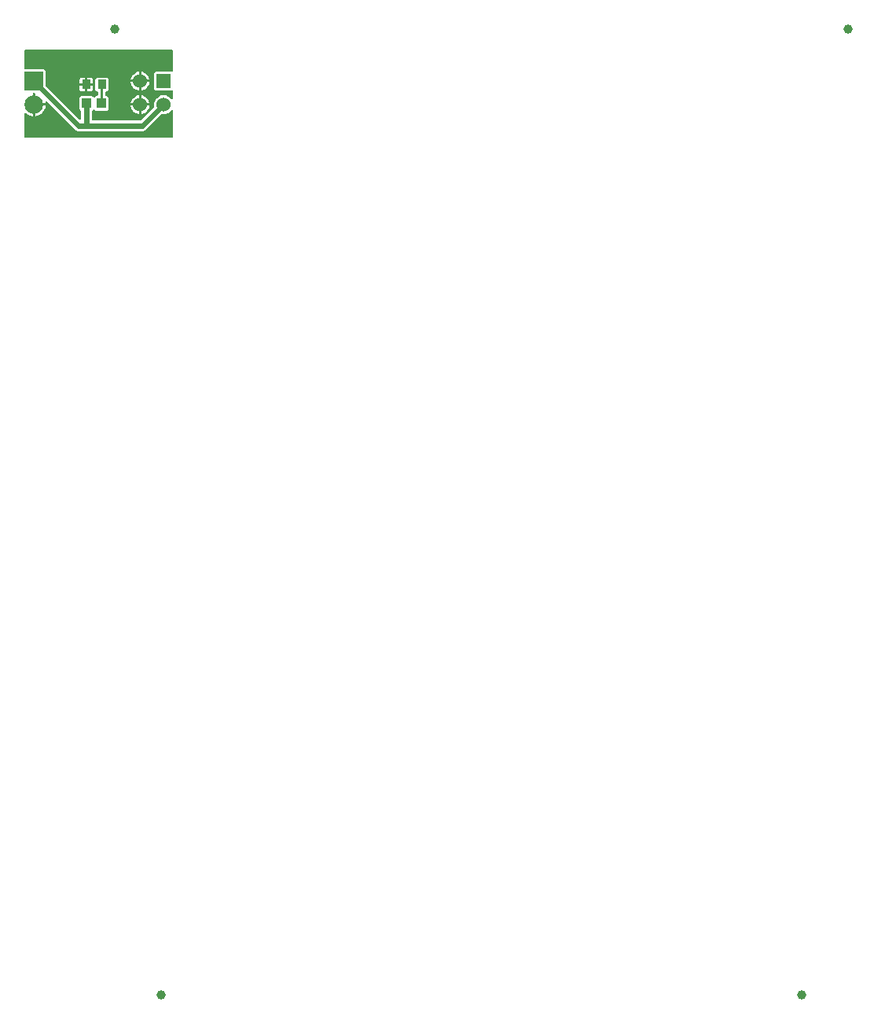
<source format=gtl>
G04 Layer: TopLayer*
G04 EasyEDA v6.5.29, 2023-07-09 11:22:14*
G04 2a24106116184deab8eff4ddc7d4f531,5a6b42c53f6a479593ecc07194224c93,10*
G04 Gerber Generator version 0.2*
G04 Scale: 100 percent, Rotated: No, Reflected: No *
G04 Dimensions in millimeters *
G04 leading zeros omitted , absolute positions ,4 integer and 5 decimal *
%FSLAX45Y45*%
%MOMM*%

%AMMACRO1*21,1,$1,$2,0,0,$3*%
%ADD10C,0.6250*%
%ADD11C,0.2540*%
%ADD12R,0.8999X1.0000*%
%ADD13R,1.0000X1.1000*%
%ADD14C,1.0000*%
%ADD15MACRO1,2X2X-90.0000*%
%ADD16C,2.0000*%
%ADD17MACRO1,1.524X1.524X-90.0000*%
%ADD18C,1.5240*%
%ADD19C,0.0116*%

%LPD*%
G36*
X762000Y9226550D02*
G01*
X758139Y9227312D01*
X754837Y9229547D01*
X752602Y9232849D01*
X751840Y9236710D01*
X751840Y9324238D01*
X752398Y9327591D01*
X754075Y9330588D01*
X756615Y9332823D01*
X760831Y9335516D01*
X764895Y9339580D01*
X766114Y9341459D01*
X768908Y9344406D01*
X772668Y9346031D01*
X776732Y9346031D01*
X780491Y9344406D01*
X783285Y9341459D01*
X784504Y9339580D01*
X788568Y9335516D01*
X793496Y9332417D01*
X798931Y9330486D01*
X805281Y9329775D01*
X904138Y9329775D01*
X910437Y9330486D01*
X915924Y9332417D01*
X920800Y9335516D01*
X924915Y9339580D01*
X927963Y9344507D01*
X929894Y9349943D01*
X930605Y9356293D01*
X930605Y9465106D01*
X929894Y9471456D01*
X927963Y9476892D01*
X924915Y9481820D01*
X920800Y9485884D01*
X915924Y9488982D01*
X910539Y9490862D01*
X902462Y9491675D01*
X898906Y9492691D01*
X895908Y9494926D01*
X893978Y9498126D01*
X893267Y9501784D01*
X893267Y9527844D01*
X893978Y9531502D01*
X895908Y9534652D01*
X898906Y9536887D01*
X902462Y9537954D01*
X910488Y9538716D01*
X915924Y9540595D01*
X920800Y9543694D01*
X924915Y9547758D01*
X927963Y9552686D01*
X929894Y9558121D01*
X930605Y9564471D01*
X930605Y9663328D01*
X929894Y9669627D01*
X927963Y9675114D01*
X924915Y9679990D01*
X920800Y9684105D01*
X915924Y9687204D01*
X910437Y9689084D01*
X904138Y9689795D01*
X815289Y9689795D01*
X808939Y9689084D01*
X803503Y9687204D01*
X798576Y9684105D01*
X794512Y9679990D01*
X791413Y9675114D01*
X789482Y9669627D01*
X788771Y9663328D01*
X788771Y9564471D01*
X789482Y9558121D01*
X791413Y9552686D01*
X794512Y9547758D01*
X798576Y9543694D01*
X803503Y9540595D01*
X809294Y9538563D01*
X812800Y9536430D01*
X815238Y9533077D01*
X816051Y9529013D01*
X816051Y9501784D01*
X815390Y9498126D01*
X813460Y9494926D01*
X810463Y9492691D01*
X806907Y9491675D01*
X798880Y9490862D01*
X793496Y9488982D01*
X788568Y9485884D01*
X784504Y9481820D01*
X783285Y9479940D01*
X780491Y9476994D01*
X776732Y9475368D01*
X772668Y9475368D01*
X768908Y9476994D01*
X766114Y9479940D01*
X764895Y9481820D01*
X760831Y9485884D01*
X755904Y9488982D01*
X750468Y9490913D01*
X744118Y9491624D01*
X645261Y9491624D01*
X638962Y9490913D01*
X633476Y9488982D01*
X628599Y9485884D01*
X624484Y9481820D01*
X621436Y9476892D01*
X619506Y9471456D01*
X618794Y9465106D01*
X618794Y9356293D01*
X619506Y9349943D01*
X621436Y9344507D01*
X624484Y9339580D01*
X628599Y9335516D01*
X632764Y9332874D01*
X635304Y9330588D01*
X636981Y9327591D01*
X637540Y9324238D01*
X637540Y9246819D01*
X636778Y9242958D01*
X634542Y9239656D01*
X631240Y9237421D01*
X627380Y9236659D01*
X623468Y9237421D01*
X620166Y9239656D01*
X255879Y9603943D01*
X253695Y9607245D01*
X252933Y9611156D01*
X252933Y9751415D01*
X252171Y9757765D01*
X250291Y9763201D01*
X247192Y9768128D01*
X243128Y9772192D01*
X238201Y9775291D01*
X232765Y9777171D01*
X226415Y9777882D01*
X36068Y9777882D01*
X32156Y9778695D01*
X28905Y9780879D01*
X26670Y9784181D01*
X25908Y9788042D01*
X25908Y9976612D01*
X26670Y9980523D01*
X28905Y9983774D01*
X32156Y9986010D01*
X36068Y9986772D01*
X1613916Y9986772D01*
X1617827Y9986010D01*
X1621129Y9983774D01*
X1623314Y9980523D01*
X1624076Y9976612D01*
X1624076Y9761372D01*
X1623364Y9757562D01*
X1621282Y9754362D01*
X1618132Y9752126D01*
X1614373Y9751212D01*
X1610563Y9751771D01*
X1605940Y9753396D01*
X1599641Y9754108D01*
X1448358Y9754108D01*
X1442059Y9753396D01*
X1436573Y9751466D01*
X1431696Y9748418D01*
X1427581Y9744303D01*
X1424533Y9739426D01*
X1422603Y9733940D01*
X1421892Y9727641D01*
X1421892Y9576358D01*
X1422603Y9570059D01*
X1424533Y9564573D01*
X1427581Y9559696D01*
X1431696Y9555581D01*
X1436573Y9552533D01*
X1442059Y9550603D01*
X1448358Y9549892D01*
X1599641Y9549892D01*
X1605940Y9550603D01*
X1610563Y9552228D01*
X1614373Y9552787D01*
X1618132Y9551873D01*
X1621282Y9549638D01*
X1623364Y9546437D01*
X1624076Y9542627D01*
X1624076Y9465157D01*
X1623263Y9461093D01*
X1620926Y9457740D01*
X1617421Y9455607D01*
X1613357Y9454997D01*
X1609394Y9456064D01*
X1606143Y9458553D01*
X1597406Y9468967D01*
X1587246Y9478111D01*
X1576019Y9485833D01*
X1563878Y9491980D01*
X1550974Y9496450D01*
X1537614Y9499193D01*
X1524000Y9500108D01*
X1510385Y9499193D01*
X1497025Y9496450D01*
X1484122Y9491980D01*
X1471980Y9485833D01*
X1460754Y9478111D01*
X1450594Y9468967D01*
X1441805Y9458553D01*
X1434490Y9447072D01*
X1428750Y9434677D01*
X1424686Y9421672D01*
X1422450Y9408210D01*
X1421993Y9394596D01*
X1423111Y9383217D01*
X1422552Y9378797D01*
X1420215Y9375038D01*
X1274724Y9229547D01*
X1271422Y9227312D01*
X1267510Y9226550D01*
G37*

%LPC*%
G36*
X1282700Y9664700D02*
G01*
X1371142Y9664700D01*
X1369314Y9675672D01*
X1365250Y9688677D01*
X1359509Y9701072D01*
X1352194Y9712553D01*
X1343406Y9722967D01*
X1333246Y9732111D01*
X1322019Y9739833D01*
X1309878Y9745980D01*
X1296974Y9750450D01*
X1282700Y9753244D01*
G37*
G36*
X1282700Y9410700D02*
G01*
X1371142Y9410700D01*
X1369314Y9421672D01*
X1365250Y9434677D01*
X1359509Y9447072D01*
X1352194Y9458553D01*
X1343406Y9468967D01*
X1333246Y9478111D01*
X1322019Y9485833D01*
X1309878Y9491980D01*
X1296974Y9496450D01*
X1282700Y9499244D01*
G37*
G36*
X1168857Y9664700D02*
G01*
X1257300Y9664700D01*
X1257300Y9753244D01*
X1243025Y9750450D01*
X1230122Y9745980D01*
X1217980Y9739833D01*
X1206754Y9732111D01*
X1196594Y9722967D01*
X1187805Y9712553D01*
X1180490Y9701072D01*
X1174750Y9688677D01*
X1170686Y9675672D01*
G37*
G36*
X618794Y9626600D02*
G01*
X677011Y9626600D01*
X677011Y9689795D01*
X645261Y9689795D01*
X638962Y9689084D01*
X633476Y9687204D01*
X628599Y9684105D01*
X624484Y9679990D01*
X621385Y9675114D01*
X619506Y9669627D01*
X618794Y9663328D01*
G37*
G36*
X1282700Y9296958D02*
G01*
X1290320Y9297974D01*
X1303477Y9301581D01*
X1316024Y9306864D01*
X1327759Y9313824D01*
X1338478Y9322308D01*
X1347978Y9332112D01*
X1356055Y9343085D01*
X1362608Y9355023D01*
X1367485Y9367774D01*
X1370685Y9381032D01*
X1371092Y9385300D01*
X1282700Y9385300D01*
G37*
G36*
X1257300Y9296958D02*
G01*
X1257300Y9385300D01*
X1168908Y9385300D01*
X1169314Y9381032D01*
X1172514Y9367774D01*
X1177391Y9355023D01*
X1183944Y9343085D01*
X1192022Y9332112D01*
X1201521Y9322308D01*
X1212240Y9313824D01*
X1223975Y9306864D01*
X1236522Y9301581D01*
X1249680Y9297974D01*
G37*
G36*
X702411Y9626600D02*
G01*
X760577Y9626600D01*
X760577Y9663328D01*
X759866Y9669627D01*
X757986Y9675114D01*
X754888Y9679990D01*
X750824Y9684105D01*
X745896Y9687204D01*
X740460Y9689084D01*
X734110Y9689795D01*
X702411Y9689795D01*
G37*
G36*
X1282700Y9550958D02*
G01*
X1290320Y9551974D01*
X1303477Y9555581D01*
X1316024Y9560864D01*
X1327759Y9567824D01*
X1338478Y9576308D01*
X1347978Y9586112D01*
X1356055Y9597085D01*
X1362608Y9609023D01*
X1367485Y9621774D01*
X1370685Y9635032D01*
X1371092Y9639300D01*
X1282700Y9639300D01*
G37*
G36*
X1168857Y9410700D02*
G01*
X1257300Y9410700D01*
X1257300Y9499244D01*
X1243025Y9496450D01*
X1230122Y9491980D01*
X1217980Y9485833D01*
X1206754Y9478111D01*
X1196594Y9468967D01*
X1187805Y9458553D01*
X1180490Y9447072D01*
X1174750Y9434677D01*
X1170686Y9421672D01*
G37*
G36*
X1257300Y9550958D02*
G01*
X1257300Y9639300D01*
X1168908Y9639300D01*
X1169314Y9635032D01*
X1172514Y9621774D01*
X1177391Y9609023D01*
X1183944Y9597085D01*
X1192022Y9586112D01*
X1201521Y9576308D01*
X1212240Y9567824D01*
X1223975Y9560864D01*
X1236522Y9555581D01*
X1249680Y9551974D01*
G37*
G36*
X645261Y9538004D02*
G01*
X677011Y9538004D01*
X677011Y9601200D01*
X618794Y9601200D01*
X618794Y9564471D01*
X619506Y9558121D01*
X621385Y9552686D01*
X624484Y9547758D01*
X628599Y9543694D01*
X633476Y9540595D01*
X638962Y9538716D01*
G37*
G36*
X702411Y9538004D02*
G01*
X734110Y9538004D01*
X740460Y9538716D01*
X745896Y9540595D01*
X750824Y9543694D01*
X754888Y9547758D01*
X757986Y9552686D01*
X759866Y9558121D01*
X760577Y9564471D01*
X760577Y9601200D01*
X702411Y9601200D01*
G37*

%LPD*%
G36*
X36068Y9038590D02*
G01*
X32156Y9039352D01*
X28905Y9041587D01*
X26670Y9044889D01*
X25908Y9048750D01*
X25908Y9296857D01*
X26670Y9300718D01*
X28905Y9304020D01*
X32156Y9306255D01*
X36068Y9307017D01*
X39979Y9306255D01*
X43535Y9303766D01*
X55473Y9294418D01*
X68478Y9286544D01*
X82346Y9280296D01*
X96875Y9275775D01*
X111810Y9273032D01*
X114300Y9272879D01*
X114300Y9385300D01*
X36068Y9385300D01*
X32156Y9386062D01*
X28905Y9388297D01*
X26670Y9391548D01*
X25908Y9395460D01*
X25908Y9400540D01*
X26670Y9404451D01*
X28905Y9407702D01*
X32156Y9409938D01*
X36068Y9410700D01*
X114300Y9410700D01*
X114300Y9515906D01*
X115062Y9519818D01*
X117297Y9523120D01*
X120548Y9525304D01*
X124460Y9526066D01*
X129539Y9526066D01*
X133451Y9525304D01*
X136702Y9523120D01*
X138938Y9519818D01*
X139700Y9515906D01*
X139700Y9410700D01*
X252120Y9410700D01*
X251967Y9413189D01*
X250444Y9421520D01*
X250545Y9425787D01*
X252425Y9429648D01*
X255727Y9432340D01*
X259842Y9433509D01*
X264058Y9432848D01*
X267614Y9430562D01*
X568909Y9129268D01*
X576427Y9122918D01*
X584504Y9118092D01*
X593293Y9114637D01*
X602640Y9112707D01*
X609904Y9112250D01*
X1294993Y9112250D01*
X1304798Y9113062D01*
X1313942Y9115348D01*
X1322578Y9119158D01*
X1330553Y9124391D01*
X1336040Y9129217D01*
X1501089Y9294266D01*
X1503629Y9296095D01*
X1506524Y9297111D01*
X1509623Y9297162D01*
X1517192Y9296146D01*
X1530807Y9296146D01*
X1544320Y9297974D01*
X1557477Y9301581D01*
X1570024Y9306864D01*
X1581759Y9313824D01*
X1592478Y9322308D01*
X1601978Y9332112D01*
X1605737Y9337243D01*
X1608886Y9340037D01*
X1612900Y9341307D01*
X1617116Y9340850D01*
X1620723Y9338716D01*
X1623212Y9335312D01*
X1624076Y9331198D01*
X1624076Y9048750D01*
X1623314Y9044889D01*
X1621129Y9041587D01*
X1617827Y9039352D01*
X1613916Y9038590D01*
G37*

%LPC*%
G36*
X139700Y9272879D02*
G01*
X142189Y9273032D01*
X157124Y9275775D01*
X171653Y9280296D01*
X185521Y9286544D01*
X198526Y9294418D01*
X210464Y9303766D01*
X221234Y9314535D01*
X230581Y9326473D01*
X238455Y9339478D01*
X244703Y9353346D01*
X249224Y9367875D01*
X251967Y9382810D01*
X252120Y9385300D01*
X139700Y9385300D01*
G37*

%LPD*%
D10*
X127000Y9652000D02*
G01*
X609600Y9169400D01*
X1295400Y9169400D01*
X1524000Y9398000D01*
X694689Y9410700D02*
G01*
X694689Y9169400D01*
D11*
X859693Y9613900D02*
G01*
X854682Y9608888D01*
X854682Y9410700D01*
D12*
G01*
X689686Y9613900D03*
G01*
X859688Y9613900D03*
D13*
G01*
X694689Y9410700D03*
G01*
X854684Y9410700D03*
D14*
G01*
X999997Y10212678D03*
G01*
X8899974Y10212678D03*
G01*
X1499996Y-187268D03*
G01*
X8399975Y-187268D03*
D15*
G01*
X127000Y9652000D03*
D16*
G01*
X127000Y9398000D03*
D17*
G01*
X1524000Y9652000D03*
D18*
G01*
X1270000Y9652000D03*
G01*
X1524000Y9398000D03*
G01*
X1270000Y9398000D03*
M02*

</source>
